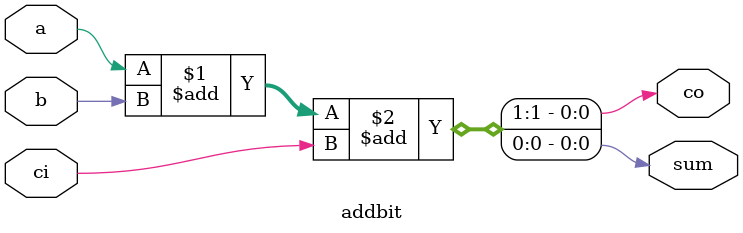
<source format=v>
`timescale 1ns / 1ps
module addbit(a, b, ci, sum, co);

/**
 * Module inputs.
 */
input a;
input b;
input ci;

/**
 * Module outputs.
 */
output sum;
output co;

/**
 * Wires which I don't get.
 */
wire a;
wire b;
wire ci;
wire sum;
wire co;

assign {co,sum} = a + b + ci;

endmodule
</source>
